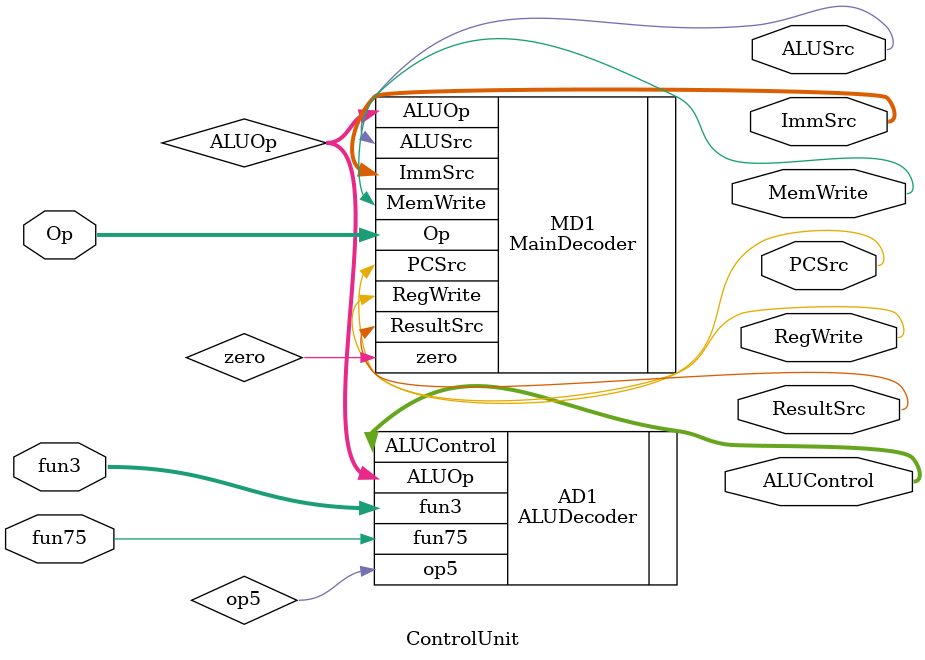
<source format=v>
module ControlUnit(input [6:0]Op,
                    input [2:0] fun3,
                    input fun75,
                    output PCSrc,ResultSrc,MemWrite,ALUSrc,RegWrite,
                    output [1:0]ImmSrc,
                    output [2:0]ALUControl);
wire [1:0] ALUOp;
MainDecoder MD1(.ALUOp(ALUOp), .PCSrc(PCSrc), .ResultSrc(ResultSrc), .MemWrite(MemWrite), .ALUSrc(ALUSrc), .ImmSrc(ImmSrc), .RegWrite(RegWrite),.zero(zero),.Op(Op) );
ALUDecoder AD1(.ALUOp(ALUOp),.op5(op5),.fun3(fun3),.fun75(fun75),.ALUControl(ALUControl));
endmodule
</source>
